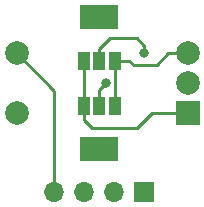
<source format=gbl>
G04 #@! TF.GenerationSoftware,KiCad,Pcbnew,(5.1.8)-1*
G04 #@! TF.CreationDate,2022-02-17T23:19:14+01:00*
G04 #@! TF.ProjectId,Vertical Rotary Encoder,56657274-6963-4616-9c20-526f74617279,rev?*
G04 #@! TF.SameCoordinates,Original*
G04 #@! TF.FileFunction,Copper,L2,Bot*
G04 #@! TF.FilePolarity,Positive*
%FSLAX46Y46*%
G04 Gerber Fmt 4.6, Leading zero omitted, Abs format (unit mm)*
G04 Created by KiCad (PCBNEW (5.1.8)-1) date 2022-02-17 23:19:14*
%MOMM*%
%LPD*%
G01*
G04 APERTURE LIST*
G04 #@! TA.AperFunction,SMDPad,CuDef*
%ADD10R,1.000000X1.500000*%
G04 #@! TD*
G04 #@! TA.AperFunction,ComponentPad*
%ADD11C,2.000000*%
G04 #@! TD*
G04 #@! TA.AperFunction,ComponentPad*
%ADD12R,3.200000X2.000000*%
G04 #@! TD*
G04 #@! TA.AperFunction,ComponentPad*
%ADD13R,2.000000X2.000000*%
G04 #@! TD*
G04 #@! TA.AperFunction,ComponentPad*
%ADD14R,1.700000X1.700000*%
G04 #@! TD*
G04 #@! TA.AperFunction,ComponentPad*
%ADD15O,1.700000X1.700000*%
G04 #@! TD*
G04 #@! TA.AperFunction,ViaPad*
%ADD16C,0.800000*%
G04 #@! TD*
G04 #@! TA.AperFunction,Conductor*
%ADD17C,0.250000*%
G04 #@! TD*
G04 APERTURE END LIST*
D10*
X142390000Y-119674000D03*
X141090000Y-119674000D03*
X139790000Y-119674000D03*
D11*
X134090000Y-119079000D03*
X134090000Y-124079000D03*
D12*
X141090000Y-115979000D03*
X141090000Y-127179000D03*
D11*
X148590000Y-119079000D03*
X148590000Y-121579000D03*
D13*
X148590000Y-124079000D03*
D10*
X142390000Y-123484000D03*
X141090000Y-123484000D03*
X139790000Y-123484000D03*
D14*
X144900000Y-130810000D03*
D15*
X142360000Y-130810000D03*
X139820000Y-130810000D03*
X137280000Y-130810000D03*
D16*
X144900000Y-119039000D03*
X141665000Y-121579000D03*
D17*
X144900000Y-118404000D02*
X144900000Y-119039000D01*
X144265000Y-117769000D02*
X144900000Y-118404000D01*
X141995000Y-117769000D02*
X144265000Y-117769000D01*
X141090000Y-118674000D02*
X141995000Y-117769000D01*
X141090000Y-119674000D02*
X141090000Y-118674000D01*
X141090000Y-122154000D02*
X141665000Y-121579000D01*
X141090000Y-123484000D02*
X141090000Y-122154000D01*
X137280000Y-122269000D02*
X134090000Y-119079000D01*
X137280000Y-130810000D02*
X137280000Y-122269000D01*
X142390000Y-123484000D02*
X142390000Y-119674000D01*
X143630000Y-119674000D02*
X144034999Y-120078999D01*
X142390000Y-119674000D02*
X143630000Y-119674000D01*
X146939998Y-119079000D02*
X145939999Y-120078999D01*
X148590000Y-119079000D02*
X146939998Y-119079000D01*
X145939999Y-120078999D02*
X144034999Y-120078999D01*
X139790000Y-123484000D02*
X139790000Y-119674000D01*
X139790000Y-123484000D02*
X139790000Y-124724000D01*
X139790000Y-124724000D02*
X140455000Y-125389000D01*
X140455000Y-125389000D02*
X144265000Y-125389000D01*
X145575000Y-124079000D02*
X148590000Y-124079000D01*
X144265000Y-125389000D02*
X145575000Y-124079000D01*
M02*

</source>
